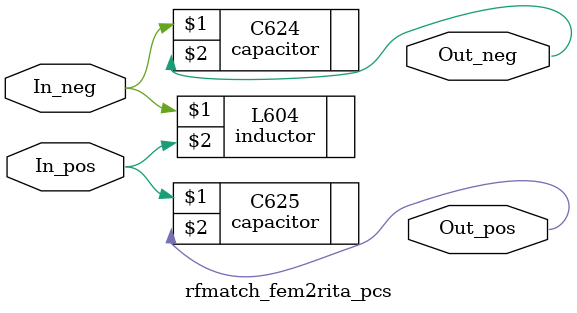
<source format=v>
/* RF Rx path from quadband FEM to Rita, PCS band, per Leonardo schematics */

module rfmatch_fem2rita_pcs (In_neg, In_pos, Out_neg, Out_pos);

input In_neg, In_pos;
output Out_neg, Out_pos;

inductor L604 (In_neg, In_pos);

capacitor C624 (In_neg, Out_neg);
capacitor C625 (In_pos, Out_pos);

endmodule

</source>
